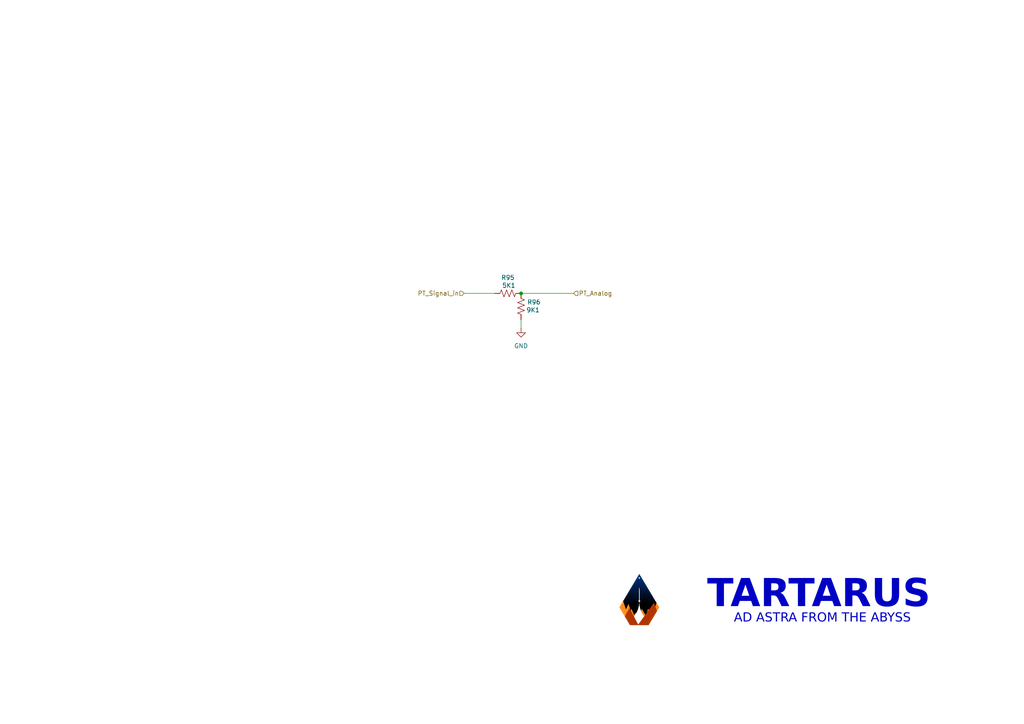
<source format=kicad_sch>
(kicad_sch (version 20250114) (generator "eeschema") (generator_version "9.0")
  (paper "A4")
  (lib_symbols
    (symbol "Device:R_US" (pin_numbers (hide yes)) (pin_names (offset 0))
      (property "Reference" "R" (at 2.54 0 90))
      (property "Value" "R_US" (at -2.54 0 90))
      (symbol "R_US_0_1"
        (polyline (pts (xy 0 2.286) (xy 0 2.54)))
        (polyline (pts (xy 0 2.286) (xy 1.016 1.905) (xy 0 1.524) (xy -1.016 1.143) (xy 0 0.762)))
        (polyline (pts (xy 0 0.762) (xy 1.016 0.381) (xy 0 0) (xy -1.016 -0.381) (xy 0 -0.762)))
        (polyline (pts (xy 0 -0.762) (xy 1.016 -1.143) (xy 0 -1.524) (xy -1.016 -1.905) (xy 0 -2.286)))
        (polyline (pts (xy 0 -2.286) (xy 0 -2.54)))
      )
      (symbol "R_US_1_1"
        (pin passive line (at 0 3.81 270) (length 1.27) (name "~") (number "1"))
        (pin passive line (at 0 -3.81 90) (length 1.27) (name "~") (number "2"))
      )
    )
    (symbol "power:GND" (power) (pin_numbers (hide yes)) (pin_names (offset 0) (hide yes))
      (property "Value" "GND" (at 0 -3.81 0))
      (symbol "GND_0_1"
        (polyline (pts (xy 0 0) (xy 0 -1.27) (xy 1.27 -1.27) (xy 0 -2.54) (xy -1.27 -1.27) (xy 0 -1.27)))
      )
      (symbol "GND_1_1"
        (pin power_in line (at 0 0 270) (length 0) (name "~") (number "1"))
      )
    )
  )
  (text "AD ASTRA FROM THE ABYSS" (at 238.506 180.086 0) (effects (font (size 2.6 2.6))))
  (text "TARTARUS" (at 237.49 174.752 0) (effects (font (size 8 8) (thickness 1.6) (bold yes))))
  (junction (at 151.13 85.09))
  (wire (pts (xy 151.13 92.71) (xy 151.13 95.25)))
  (wire (pts (xy 151.13 85.09) (xy 166.37 85.09)))
  (wire (pts (xy 134.62 85.09) (xy 143.51 85.09)))
  (image (at 185.42 175.26) (scale 0.0421478))
  (hierarchical_label "PT_Signal_in" (shape input) (at 134.62 85.09 180))
  (hierarchical_label "PT_Analog" (shape input) (at 166.37 85.09 0))
  (symbol (lib_id "power:GND") (at 151.13 95.25 0) (unit 1)
    (property "Reference" "#PWR0147" (effects (hide yes)))
    (property "Value" "GND" (at 151.13 100.33 0))
    (property "Description" "Power symbol creates a global label with name \"GND\" , ground" (effects (hide yes)))
    (instances (project "Tartarus Liquid Rocketry Control System" (path "" (reference "#PWR0151") (unit 1)) (path "" (reference "#PWR0152") (unit 1)) (path "" (reference "#PWR0154") (unit 1)) (path "" (reference "#PWR0150") (unit 1)) (path "" (reference "#PWR0148") (unit 1)) (path "" (reference "#PWR0147") (unit 1)) (path "" (reference "#PWR0149") (unit 1)) (path "" (reference "#PWR0153") (unit 1))))
  )
  (symbol (lib_id "Device:R_US") (at 151.13 88.9 0) (unit 1)
    (property "Reference" "R88" (at 152.908 87.63 0) (effects (justify left)))
    (property "Value" "9K1" (at 152.654 89.916 0) (effects (justify left)))
    (property "Footprint" "Resistor_SMD:R_0603_1608Metric" (effects (hide yes)))
    (property "Description" "Resistor, US symbol" (effects (hide yes)))
    (instances (project "Tartarus Liquid Rocketry Control System" (path "" (reference "R96") (unit 1)) (path "" (reference "R98") (unit 1)) (path "" (reference "R102") (unit 1)) (path "" (reference "R94") (unit 1)) (path "" (reference "R90") (unit 1)) (path "" (reference "R88") (unit 1)) (path "" (reference "R92") (unit 1)) (path "" (reference "R100") (unit 1))))
  )
  (symbol (lib_id "Device:R_US") (at 147.32 85.09 90) (unit 1)
    (property "Reference" "R87" (at 147.32 80.518 90))
    (property "Value" "5K1" (at 147.574 82.804 90))
    (property "Footprint" "Resistor_SMD:R_0603_1608Metric" (effects (hide yes)))
    (property "Description" "Resistor, US symbol" (effects (hide yes)))
    (instances (project "Tartarus Liquid Rocketry Control System" (path "" (reference "R95") (unit 1)) (path "" (reference "R97") (unit 1)) (path "" (reference "R101") (unit 1)) (path "" (reference "R93") (unit 1)) (path "" (reference "R89") (unit 1)) (path "" (reference "R87") (unit 1)) (path "" (reference "R91") (unit 1)) (path "" (reference "R99") (unit 1))))
  )
)
</source>
